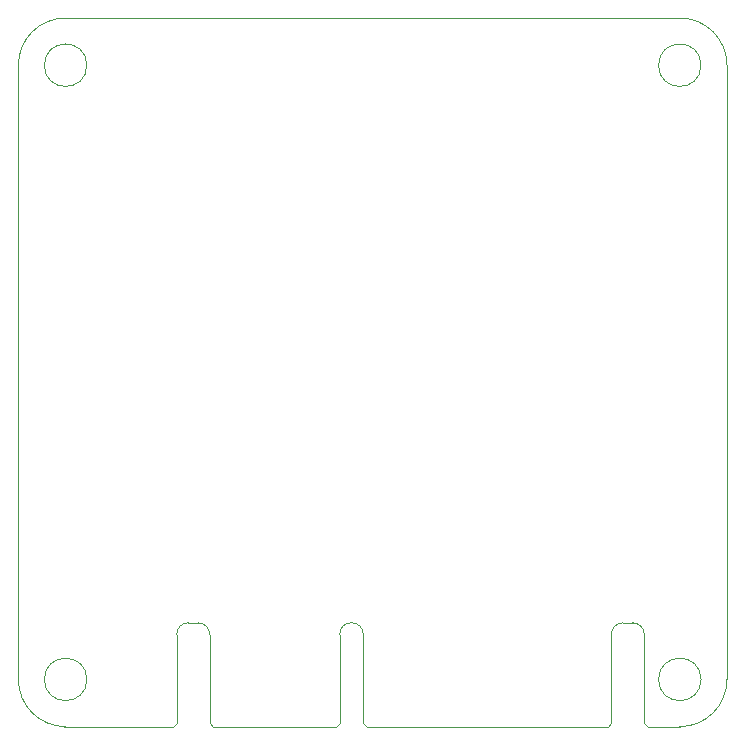
<source format=gbr>
G04 (created by PCBNEW (2013-jul-07)-stable) date Thu 13 Feb 2014 02:22:19 AM EST*
%MOIN*%
G04 Gerber Fmt 3.4, Leading zero omitted, Abs format*
%FSLAX34Y34*%
G01*
G70*
G90*
G04 APERTURE LIST*
%ADD10C,0.00590551*%
%ADD11C,0.00393701*%
G04 APERTURE END LIST*
G54D10*
G54D11*
X76850Y-43779D02*
X76535Y-43779D01*
X91338Y-43779D02*
X91023Y-43779D01*
X91732Y-44173D02*
G75*
G03X91338Y-43779I-393J0D01*
G74*
G01*
X77244Y-44173D02*
G75*
G03X76850Y-43779I-393J0D01*
G74*
G01*
X76535Y-43779D02*
G75*
G03X76141Y-44173I0J-393D01*
G74*
G01*
X82362Y-44173D02*
G75*
G03X81574Y-44173I-393J0D01*
G74*
G01*
X92913Y-47244D02*
X91850Y-47244D01*
X77362Y-47244D02*
X81456Y-47244D01*
X76023Y-47244D02*
X72401Y-47244D01*
X76141Y-47125D02*
X76023Y-47244D01*
X76141Y-47125D02*
X76141Y-44173D01*
X77244Y-47125D02*
X77244Y-44173D01*
X77362Y-47244D02*
X77244Y-47125D01*
X82480Y-47244D02*
X90511Y-47244D01*
X82362Y-47125D02*
X82480Y-47244D01*
X82362Y-44173D02*
X82362Y-47125D01*
X81574Y-47125D02*
X81574Y-44173D01*
X81456Y-47244D02*
X81574Y-47125D01*
X90629Y-44173D02*
X90629Y-47125D01*
X91732Y-47125D02*
X91850Y-47244D01*
X91732Y-44173D02*
X91732Y-47125D01*
X91023Y-43779D02*
G75*
G03X90629Y-44173I0J-393D01*
G74*
G01*
X90511Y-47244D02*
X90629Y-47125D01*
X70866Y-45669D02*
X70866Y-25196D01*
X94488Y-25196D02*
X94488Y-45669D01*
X72440Y-23622D02*
X92913Y-23622D01*
X93622Y-25196D02*
G75*
G03X93622Y-25196I-708J0D01*
G74*
G01*
X73149Y-25196D02*
G75*
G03X73149Y-25196I-708J0D01*
G74*
G01*
X93622Y-45669D02*
G75*
G03X93622Y-45669I-708J0D01*
G74*
G01*
X73149Y-45669D02*
G75*
G03X73149Y-45669I-708J0D01*
G74*
G01*
X92913Y-47244D02*
G75*
G03X94488Y-45669I0J1574D01*
G74*
G01*
X70866Y-45669D02*
G75*
G03X72440Y-47244I1574J0D01*
G74*
G01*
X94488Y-25196D02*
G75*
G03X92913Y-23622I-1574J0D01*
G74*
G01*
X72440Y-23622D02*
G75*
G03X70866Y-25196I0J-1574D01*
G74*
G01*
M02*

</source>
